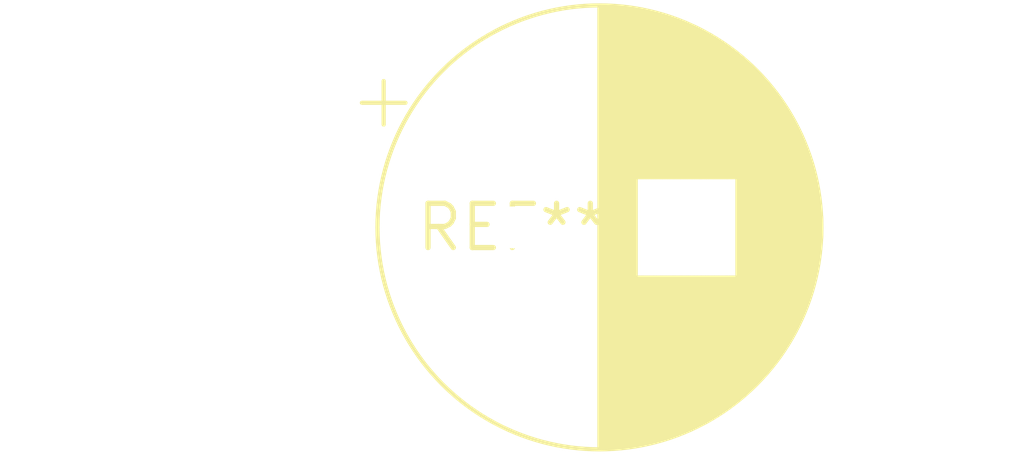
<source format=kicad_pcb>
(kicad_pcb (version 20240108) (generator pcbnew)
  (layers (0 "F.Cu" signal) (31 "B.Cu" signal) (34 "B.Paste" user) (35 "F.Paste" user) (36 "B.SilkS" user "B.Silkscreen") (37 "F.SilkS" user "F.Silkscreen") (38 "B.Mask" user) (39 "F.Mask" user) (44 "Edge.Cuts" user))
  (net 0 "")
  (footprint "CP_Radial_D12.5mm_P5.00mm" (layer "F.Cu") (at 0 0)
    (property "Reference" "REF**")
    (property "Value" "CP_Radial_D12.5mm_P5.00mm")
    (fp_line (start -4.317082 -3.575) (end -3.067082 -3.575) (layer "F.SilkS") (stroke (width 0.12)))
    (fp_line (start -3.692082 -4.2) (end -3.692082 -2.95) (layer "F.SilkS") (stroke (width 0.12)))
    (fp_line (start 2.5 -6.33) (end 2.5 6.33) (layer "F.SilkS") (stroke (width 0.12)))
    (fp_line (start 2.54 -6.33) (end 2.54 6.33) (layer "F.SilkS") (stroke (width 0.12)))
    (fp_line (start 2.58 -6.33) (end 2.58 6.33) (layer "F.SilkS") (stroke (width 0.12)))
    (fp_line (start 2.62 -6.329) (end 2.62 6.329) (layer "F.SilkS") (stroke (width 0.12)))
    (fp_line (start 2.66 -6.328) (end 2.66 6.328) (layer "F.SilkS") (stroke (width 0.12)))
    (fp_line (start 2.7 -6.327) (end 2.7 6.327) (layer "F.SilkS") (stroke (width 0.12)))
    (fp_line (start 2.74 -6.326) (end 2.74 6.326) (layer "F.SilkS") (stroke (width 0.12)))
    (fp_line (start 2.78 -6.324) (end 2.78 6.324) (layer "F.SilkS") (stroke (width 0.12)))
    (fp_line (start 2.82 -6.322) (end 2.82 6.322) (layer "F.SilkS") (stroke (width 0.12)))
    (fp_line (start 2.86 -6.32) (end 2.86 6.32) (layer "F.SilkS") (stroke (width 0.12)))
    (fp_line (start 2.9 -6.318) (end 2.9 6.318) (layer "F.SilkS") (stroke (width 0.12)))
    (fp_line (start 2.94 -6.315) (end 2.94 6.315) (layer "F.SilkS") (stroke (width 0.12)))
    (fp_line (start 2.98 -6.312) (end 2.98 6.312) (layer "F.SilkS") (stroke (width 0.12)))
    (fp_line (start 3.02 -6.309) (end 3.02 6.309) (layer "F.SilkS") (stroke (width 0.12)))
    (fp_line (start 3.06 -6.306) (end 3.06 6.306) (layer "F.SilkS") (stroke (width 0.12)))
    (fp_line (start 3.1 -6.302) (end 3.1 6.302) (layer "F.SilkS") (stroke (width 0.12)))
    (fp_line (start 3.14 -6.298) (end 3.14 6.298) (layer "F.SilkS") (stroke (width 0.12)))
    (fp_line (start 3.18 -6.294) (end 3.18 6.294) (layer "F.SilkS") (stroke (width 0.12)))
    (fp_line (start 3.221 -6.29) (end 3.221 6.29) (layer "F.SilkS") (stroke (width 0.12)))
    (fp_line (start 3.261 -6.285) (end 3.261 6.285) (layer "F.SilkS") (stroke (width 0.12)))
    (fp_line (start 3.301 -6.28) (end 3.301 6.28) (layer "F.SilkS") (stroke (width 0.12)))
    (fp_line (start 3.341 -6.275) (end 3.341 6.275) (layer "F.SilkS") (stroke (width 0.12)))
    (fp_line (start 3.381 -6.269) (end 3.381 6.269) (layer "F.SilkS") (stroke (width 0.12)))
    (fp_line (start 3.421 -6.264) (end 3.421 6.264) (layer "F.SilkS") (stroke (width 0.12)))
    (fp_line (start 3.461 -6.258) (end 3.461 6.258) (layer "F.SilkS") (stroke (width 0.12)))
    (fp_line (start 3.501 -6.252) (end 3.501 6.252) (layer "F.SilkS") (stroke (width 0.12)))
    (fp_line (start 3.541 -6.245) (end 3.541 6.245) (layer "F.SilkS") (stroke (width 0.12)))
    (fp_line (start 3.581 -6.238) (end 3.581 -1.44) (layer "F.SilkS") (stroke (width 0.12)))
    (fp_line (start 3.581 1.44) (end 3.581 6.238) (layer "F.SilkS") (stroke (width 0.12)))
    (fp_line (start 3.621 -6.231) (end 3.621 -1.44) (layer "F.SilkS") (stroke (width 0.12)))
    (fp_line (start 3.621 1.44) (end 3.621 6.231) (layer "F.SilkS") (stroke (width 0.12)))
    (fp_line (start 3.661 -6.224) (end 3.661 -1.44) (layer "F.SilkS") (stroke (width 0.12)))
    (fp_line (start 3.661 1.44) (end 3.661 6.224) (layer "F.SilkS") (stroke (width 0.12)))
    (fp_line (start 3.701 -6.216) (end 3.701 -1.44) (layer "F.SilkS") (stroke (width 0.12)))
    (fp_line (start 3.701 1.44) (end 3.701 6.216) (layer "F.SilkS") (stroke (width 0.12)))
    (fp_line (start 3.741 -6.209) (end 3.741 -1.44) (layer "F.SilkS") (stroke (width 0.12)))
    (fp_line (start 3.741 1.44) (end 3.741 6.209) (layer "F.SilkS") (stroke (width 0.12)))
    (fp_line (start 3.781 -6.201) (end 3.781 -1.44) (layer "F.SilkS") (stroke (width 0.12)))
    (fp_line (start 3.781 1.44) (end 3.781 6.201) (layer "F.SilkS") (stroke (width 0.12)))
    (fp_line (start 3.821 -6.192) (end 3.821 -1.44) (layer "F.SilkS") (stroke (width 0.12)))
    (fp_line (start 3.821 1.44) (end 3.821 6.192) (layer "F.SilkS") (stroke (width 0.12)))
    (fp_line (start 3.861 -6.184) (end 3.861 -1.44) (layer "F.SilkS") (stroke (width 0.12)))
    (fp_line (start 3.861 1.44) (end 3.861 6.184) (layer "F.SilkS") (stroke (width 0.12)))
    (fp_line (start 3.901 -6.175) (end 3.901 -1.44) (layer "F.SilkS") (stroke (width 0.12)))
    (fp_line (start 3.901 1.44) (end 3.901 6.175) (layer "F.SilkS") (stroke (width 0.12)))
    (fp_line (start 3.941 -6.166) (end 3.941 -1.44) (layer "F.SilkS") (stroke (width 0.12)))
    (fp_line (start 3.941 1.44) (end 3.941 6.166) (layer "F.SilkS") (stroke (width 0.12)))
    (fp_line (start 3.981 -6.156) (end 3.981 -1.44) (layer "F.SilkS") (stroke (width 0.12)))
    (fp_line (start 3.981 1.44) (end 3.981 6.156) (layer "F.SilkS") (stroke (width 0.12)))
    (fp_line (start 4.021 -6.146) (end 4.021 -1.44) (layer "F.SilkS") (stroke (width 0.12)))
    (fp_line (start 4.021 1.44) (end 4.021 6.146) (layer "F.SilkS") (stroke (width 0.12)))
    (fp_line (start 4.061 -6.137) (end 4.061 -1.44) (layer "F.SilkS") (stroke (width 0.12)))
    (fp_line (start 4.061 1.44) (end 4.061 6.137) (layer "F.SilkS") (stroke (width 0.12)))
    (fp_line (start 4.101 -6.126) (end 4.101 -1.44) (layer "F.SilkS") (stroke (width 0.12)))
    (fp_line (start 4.101 1.44) (end 4.101 6.126) (layer "F.SilkS") (stroke (width 0.12)))
    (fp_line (start 4.141 -6.116) (end 4.141 -1.44) (layer "F.SilkS") (stroke (width 0.12)))
    (fp_line (start 4.141 1.44) (end 4.141 6.116) (layer "F.SilkS") (stroke (width 0.12)))
    (fp_line (start 4.181 -6.105) (end 4.181 -1.44) (layer "F.SilkS") (stroke (width 0.12)))
    (fp_line (start 4.181 1.44) (end 4.181 6.105) (layer "F.SilkS") (stroke (width 0.12)))
    (fp_line (start 4.221 -6.094) (end 4.221 -1.44) (layer "F.SilkS") (stroke (width 0.12)))
    (fp_line (start 4.221 1.44) (end 4.221 6.094) (layer "F.SilkS") (stroke (width 0.12)))
    (fp_line (start 4.261 -6.083) (end 4.261 -1.44) (layer "F.SilkS") (stroke (width 0.12)))
    (fp_line (start 4.261 1.44) (end 4.261 6.083) (layer "F.SilkS") (stroke (width 0.12)))
    (fp_line (start 4.301 -6.071) (end 4.301 -1.44) (layer "F.SilkS") (stroke (width 0.12)))
    (fp_line (start 4.301 1.44) (end 4.301 6.071) (layer "F.SilkS") (stroke (width 0.12)))
    (fp_line (start 4.341 -6.059) (end 4.341 -1.44) (layer "F.SilkS") (stroke (width 0.12)))
    (fp_line (start 4.341 1.44) (end 4.341 6.059) (layer "F.SilkS") (stroke (width 0.12)))
    (fp_line (start 4.381 -6.047) (end 4.381 -1.44) (layer "F.SilkS") (stroke (width 0.12)))
    (fp_line (start 4.381 1.44) (end 4.381 6.047) (layer "F.SilkS") (stroke (width 0.12)))
    (fp_line (start 4.421 -6.034) (end 4.421 -1.44) (layer "F.SilkS") (stroke (width 0.12)))
    (fp_line (start 4.421 1.44) (end 4.421 6.034) (layer "F.SilkS") (stroke (width 0.12)))
    (fp_line (start 4.461 -6.021) (end 4.461 -1.44) (layer "F.SilkS") (stroke (width 0.12)))
    (fp_line (start 4.461 1.44) (end 4.461 6.021) (layer "F.SilkS") (stroke (width 0.12)))
    (fp_line (start 4.501 -6.008) (end 4.501 -1.44) (layer "F.SilkS") (stroke (width 0.12)))
    (fp_line (start 4.501 1.44) (end 4.501 6.008) (layer "F.SilkS") (stroke (width 0.12)))
    (fp_line (start 4.541 -5.995) (end 4.541 -1.44) (layer "F.SilkS") (stroke (width 0.12)))
    (fp_line (start 4.541 1.44) (end 4.541 5.995) (layer "F.SilkS") (stroke (width 0.12)))
    (fp_line (start 4.581 -5.981) (end 4.581 -1.44) (layer "F.SilkS") (stroke (width 0.12)))
    (fp_line (start 4.581 1.44) (end 4.581 5.981) (layer "F.SilkS") (stroke (width 0.12)))
    (fp_line (start 4.621 -5.967) (end 4.621 -1.44) (layer "F.SilkS") (stroke (width 0.12)))
    (fp_line (start 4.621 1.44) (end 4.621 5.967) (layer "F.SilkS") (stroke (width 0.12)))
    (fp_line (start 4.661 -5.953) (end 4.661 -1.44) (layer "F.SilkS") (stroke (width 0.12)))
    (fp_line (start 4.661 1.44) (end 4.661 5.953) (layer "F.SilkS") (stroke (width 0.12)))
    (fp_line (start 4.701 -5.939) (end 4.701 -1.44) (layer "F.SilkS") (stroke (width 0.12)))
    (fp_line (start 4.701 1.44) (end 4.701 5.939) (layer "F.SilkS") (stroke (width 0.12)))
    (fp_line (start 4.741 -5.924) (end 4.741 -1.44) (layer "F.SilkS") (stroke (width 0.12)))
    (fp_line (start 4.741 1.44) (end 4.741 5.924) (layer "F.SilkS") (stroke (width 0.12)))
    (fp_line (start 4.781 -5.908) (end 4.781 -1.44) (layer "F.SilkS") (stroke (width 0.12)))
    (fp_line (start 4.781 1.44) (end 4.781 5.908) (layer "F.SilkS") (stroke (width 0.12)))
    (fp_line (start 4.821 -5.893) (end 4.821 -1.44) (layer "F.SilkS") (stroke (width 0.12)))
    (fp_line (start 4.821 1.44) (end 4.821 5.893) (layer "F.SilkS") (stroke (width 0.12)))
    (fp_line (start 4.861 -5.877) (end 4.861 -1.44) (layer "F.SilkS") (stroke (width 0.12)))
    (fp_line (start 4.861 1.44) (end 4.861 5.877) (layer "F.SilkS") (stroke (width 0.12)))
    (fp_line (start 4.901 -5.861) (end 4.901 -1.44) (layer "F.SilkS") (stroke (width 0.12)))
    (fp_line (start 4.901 1.44) (end 4.901 5.861) (layer "F.SilkS") (stroke (width 0.12)))
    (fp_line (start 4.941 -5.845) (end 4.941 -1.44) (layer "F.SilkS") (stroke (width 0.12)))
    (fp_line (start 4.941 1.44) (end 4.941 5.845) (layer "F.SilkS") (stroke (width 0.12)))
    (fp_line (start 4.981 -5.828) (end 4.981 -1.44) (layer "F.SilkS") (stroke (width 0.12)))
    (fp_line (start 4.981 1.44) (end 4.981 5.828) (layer "F.SilkS") (stroke (width 0.12)))
    (fp_line (start 5.021 -5.811) (end 5.021 -1.44) (layer "F.SilkS") (stroke (width 0.12)))
    (fp_line (start 5.021 1.44) (end 5.021 5.811) (layer "F.SilkS") (stroke (width 0.12)))
    (fp_line (start 5.061 -5.793) (end 5.061 -1.44) (layer "F.SilkS") (stroke (width 0.12)))
    (fp_line (start 5.061 1.44) (end 5.061 5.793) (layer "F.SilkS") (stroke (width 0.12)))
    (fp_line (start 5.101 -5.776) (end 5.101 -1.44) (layer "F.SilkS") (stroke (width 0.12)))
    (fp_line (start 5.101 1.44) (end 5.101 5.776) (layer "F.SilkS") (stroke (width 0.12)))
    (fp_line (start 5.141 -5.758) (end 5.141 -1.44) (layer "F.SilkS") (stroke (width 0.12)))
    (fp_line (start 5.141 1.44) (end 5.141 5.758) (layer "F.SilkS") (stroke (width 0.12)))
    (fp_line (start 5.181 -5.739) (end 5.181 -1.44) (layer "F.SilkS") (stroke (width 0.12)))
    (fp_line (start 5.181 1.44) (end 5.181 5.739) (layer "F.SilkS") (stroke (width 0.12)))
    (fp_line (start 5.221 -5.721) (end 5.221 -1.44) (layer "F.SilkS") (stroke (width 0.12)))
    (fp_line (start 5.221 1.44) (end 5.221 5.721) (layer "F.SilkS") (stroke (width 0.12)))
    (fp_line (start 5.261 -5.702) (end 5.261 -1.44) (layer "F.SilkS") (stroke (width 0.12)))
    (fp_line (start 5.261 1.44) (end 5.261 5.702) (layer "F.SilkS") (stroke (width 0.12)))
    (fp_line (start 5.301 -5.682) (end 5.301 -1.44) (layer "F.SilkS") (stroke (width 0.12)))
    (fp_line (start 5.301 1.44) (end 5.301 5.682) (layer "F.SilkS") (stroke (width 0.12)))
    (fp_line (start 5.341 -5.662) (end 5.341 -1.44) (layer "F.SilkS") (stroke (width 0.12)))
    (fp_line (start 5.341 1.44) (end 5.341 5.662) (layer "F.SilkS") (stroke (width 0.12)))
    (fp_line (start 5.381 -5.642) (end 5.381 -1.44) (layer "F.SilkS") (stroke (width 0.12)))
    (fp_line (start 5.381 1.44) (end 5.381 5.642) (layer "F.SilkS") (stroke (width 0.12)))
    (fp_line (start 5.421 -5.622) (end 5.421 -1.44) (layer "F.SilkS") (stroke (width 0.12)))
    (fp_line (start 5.421 1.44) (end 5.421 5.622) (layer "F.SilkS") (stroke (width 0.12)))
    (fp_line (start 5.461 -5.601) (end 5.461 -1.44) (layer "F.SilkS") (stroke (width 0.12)))
    (fp_line (start 5.461 1.44) (end 5.461 5.601) (layer "F.SilkS") (stroke (width 0.12)))
    (fp_line (start 5.501 -5.58) (end 5.501 -1.44) (layer "F.SilkS") (stroke (width 0.12)))
    (fp_line (start 5.501 1.44) (end 5.501 5.58) (layer "F.SilkS") (stroke (width 0.12)))
    (fp_line (start 5.541 -5.558) (end 5.541 -1.44) (layer "F.SilkS") (stroke (width 0.12)))
    (fp_line (start 5.541 1.44) (end 5.541 5.558) (layer "F.SilkS") (stroke (width 0.12)))
    (fp_line (start 5.581 -5.536) (end 5.581 -1.44) (layer "F.SilkS") (stroke (width 0.12)))
    (fp_line (start 5.581 1.44) (end 5.581 5.536) (layer "F.SilkS") (stroke (width 0.12)))
    (fp_line (start 5.621 -5.514) (end 5.621 -1.44) (layer "F.SilkS") (stroke (width 0.12)))
    (fp_line (start 5.621 1.44) (end 5.621 5.514) (layer "F.SilkS") (stroke (width 0.12)))
    (fp_line (start 5.661 -5.491) (end 5.661 -1.44) (layer "F.SilkS") (stroke (width 0.12)))
    (fp_line (start 5.661 1.44) (end 5.661 5.491) (layer "F.SilkS") (stroke (width 0.12)))
    (fp_line (start 5.701 -5.468) (end 5.701 -1.44) (layer "F.SilkS") (stroke (width 0.12)))
    (fp_line (start 5.701 1.44) (end 5.701 5.468) (layer "F.SilkS") (stroke (width 0.12)))
    (fp_line (start 5.741 -5.445) (end 5.741 -1.44) (layer "F.SilkS") (stroke (width 0.12)))
    (fp_line (start 5.741 1.44) (end 5.741 5.445) (layer "F.SilkS") (stroke (width 0.12)))
    (fp_line (start 5.781 -5.421) (end 5.781 -1.44) (layer "F.SilkS") (stroke (width 0.12)))
    (fp_line (start 5.781 1.44) (end 5.781 5.421) (layer "F.SilkS") (stroke (width 0.12)))
    (fp_line (start 5.821 -5.397) (end 5.821 -1.44) (layer "F.SilkS") (stroke (width 0.12)))
    (fp_line (start 5.821 1.44) (end 5.821 5.397) (layer "F.SilkS") (stroke (width 0.12)))
    (fp_line (start 5.861 -5.372) (end 5.861 -1.44) (layer "F.SilkS") (stroke (width 0.12)))
    (fp_line (start 5.861 1.44) (end 5.861 5.372) (layer "F.SilkS") (stroke (width 0.12)))
    (fp_line (start 5.901 -5.347) (end 5.901 -1.44) (layer "F.SilkS") (stroke (width 0.12)))
    (fp_line (start 5.901 1.44) (end 5.901 5.347) (layer "F.SilkS") (stroke (width 0.12)))
    (fp_line (start 5.941 -5.322) (end 5.941 -1.44) (layer "F.SilkS") (stroke (width 0.12)))
    (fp_line (start 5.941 1.44) (end 5.941 5.322) (layer "F.SilkS") (stroke (width 0.12)))
    (fp_line (start 5.981 -5.296) (end 5.981 -1.44) (layer "F.SilkS") (stroke (width 0.12)))
    (fp_line (start 5.981 1.44) (end 5.981 5.296) (layer "F.SilkS") (stroke (width 0.12)))
    (fp_line (start 6.021 -5.27) (end 6.021 -1.44) (layer "F.SilkS") (stroke (width 0.12)))
    (fp_line (start 6.021 1.44) (end 6.021 5.27) (layer "F.SilkS") (stroke (width 0.12)))
    (fp_line (start 6.061 -5.243) (end 6.061 -1.44) (layer "F.SilkS") (stroke (width 0.12)))
    (fp_line (start 6.061 1.44) (end 6.061 5.243) (layer "F.SilkS") (stroke (width 0.12)))
    (fp_line (start 6.101 -5.216) (end 6.101 -1.44) (layer "F.SilkS") (stroke (width 0.12)))
    (fp_line (start 6.101 1.44) (end 6.101 5.216) (layer "F.SilkS") (stroke (width 0.12)))
    (fp_line (start 6.141 -5.188) (end 6.141 -1.44) (layer "F.SilkS") (stroke (width 0.12)))
    (fp_line (start 6.141 1.44) (end 6.141 5.188) (layer "F.SilkS") (stroke (width 0.12)))
    (fp_line (start 6.181 -5.16) (end 6.181 -1.44) (layer "F.SilkS") (stroke (width 0.12)))
    (fp_line (start 6.181 1.44) (end 6.181 5.16) (layer "F.SilkS") (stroke (width 0.12)))
    (fp_line (start 6.221 -5.131) (end 6.221 -1.44) (layer "F.SilkS") (stroke (width 0.12)))
    (fp_line (start 6.221 1.44) (end 6.221 5.131) (layer "F.SilkS") (stroke (width 0.12)))
    (fp_line (start 6.261 -5.102) (end 6.261 -1.44) (layer "F.SilkS") (stroke (width 0.12)))
    (fp_line (start 6.261 1.44) (end 6.261 5.102) (layer "F.SilkS") (stroke (width 0.12)))
    (fp_line (start 6.301 -5.073) (end 6.301 -1.44) (layer "F.SilkS") (stroke (width 0.12)))
    (fp_line (start 6.301 1.44) (end 6.301 5.073) (layer "F.SilkS") (stroke (width 0.12)))
    (fp_line (start 6.341 -5.043) (end 6.341 -1.44) (layer "F.SilkS") (stroke (width 0.12)))
    (fp_line (start 6.341 1.44) (end 6.341 5.043) (layer "F.SilkS") (stroke (width 0.12)))
    (fp_line (start 6.381 -5.012) (end 6.381 -1.44) (layer "F.SilkS") (stroke (width 0.12)))
    (fp_line (start 6.381 1.44) (end 6.381 5.012) (layer "F.SilkS") (stroke (width 0.12)))
    (fp_line (start 6.421 -4.982) (end 6.421 -1.44) (layer "F.SilkS") (stroke (width 0.12)))
    (fp_line (start 6.421 1.44) (end 6.421 4.982) (layer "F.SilkS") (stroke (width 0.12)))
    (fp_line (start 6.461 -4.95) (end 6.461 4.95) (layer "F.SilkS") (stroke (width 0.12)))
    (fp_line (start 6.501 -4.918) (end 6.501 4.918) (layer "F.SilkS") (stroke (width 0.12)))
    (fp_line (start 6.541 -4.885) (end 6.541 4.885) (layer "F.SilkS") (stroke (width 0.12)))
    (fp_line (start 6.581 -4.852) (end 6.581 4.852) (layer "F.SilkS") (stroke (width 0.12)))
    (fp_line (start 6.621 -4.819) (end 6.621 4.819) (layer "F.SilkS") (stroke (width 0.12)))
    (fp_line (start 6.661 -4.785) (end 6.661 4.785) (layer "F.SilkS") (stroke (width 0.12)))
    (fp_line (start 6.701 -4.75) (end 6.701 4.75) (layer "F.SilkS") (stroke (width 0.12)))
    (fp_line (start 6.741 -4.714) (end 6.741 4.714) (layer "F.SilkS") (stroke (width 0.12)))
    (fp_line (start 6.781 -4.678) (end 6.781 4.678) (layer "F.SilkS") (stroke (width 0.12)))
    (fp_line (start 6.821 -4.642) (end 6.821 4.642) (layer "F.SilkS") (stroke (width 0.12)))
    (fp_line (start 6.861 -4.605) (end 6.861 4.605) (layer "F.SilkS") (stroke (width 0.12)))
    (fp_line (start 6.901 -4.567) (end 6.901 4.567) (layer "F.SilkS") (stroke (width 0.12)))
    (fp_line (start 6.941 -4.528) (end 6.941 4.528) (layer "F.SilkS") (stroke (width 0.12)))
    (fp_line (start 6.981 -4.489) (end 6.981 4.489) (layer "F.SilkS") (stroke (width 0.12)))
    (fp_line (start 7.021 -4.449) (end 7.021 4.449) (layer "F.SilkS") (stroke (width 0.12)))
    (fp_line (start 7.061 -4.408) (end 7.061 4.408) (layer "F.SilkS") (stroke (width 0.12)))
    (fp_line (start 7.101 -4.367) (end 7.101 4.367) (layer "F.SilkS") (stroke (width 0.12)))
    (fp_line (start 7.141 -4.325) (end 7.141 4.325) (layer "F.SilkS") (stroke (width 0.12)))
    (fp_line (start 7.181 -4.282) (end 7.181 4.282) (layer "F.SilkS") (stroke (width 0.12)))
    (fp_line (start 7.221 -4.238) (end 7.221 4.238) (layer "F.SilkS") (stroke (width 0.12)))
    (fp_line (start 7.261 -4.194) (end 7.261 4.194) (layer "F.SilkS") (stroke (width 0.12)))
    (fp_line (start 7.301 -4.148) (end 7.301 4.148) (layer "F.SilkS") (stroke (width 0.12)))
    (fp_line (start 7.341 -4.102) (end 7.341 4.102) (layer "F.SilkS") (stroke (width 0.12)))
    (fp_line (start 7.381 -4.055) (end 7.381 4.055) (layer "F.SilkS") (stroke (width 0.12)))
    (fp_line (start 7.421 -4.007) (end 7.421 4.007) (layer "F.SilkS") (stroke (width 0.12)))
    (fp_line (start 7.461 -3.957) (end 7.461 3.957) (layer "F.SilkS") (stroke (width 0.12)))
    (fp_line (start 7.501 -3.907) (end 7.501 3.907) (layer "F.SilkS") (stroke (width 0.12)))
    (fp_line (start 7.541 -3.856) (end 7.541 3.856) (layer "F.SilkS") (stroke (width 0.12)))
    (fp_line (start 7.581 -3.804) (end 7.581 3.804) (layer "F.SilkS") (stroke (width 0.12)))
    (fp_line (start 7.621 -3.75) (end 7.621 3.75) (layer "F.SilkS") (stroke (width 0.12)))
    (fp_line (start 7.661 -3.696) (end 7.661 3.696) (layer "F.SilkS") (stroke (width 0.12)))
    (fp_line (start 7.701 -3.64) (end 7.701 3.64) (layer "F.SilkS") (stroke (width 0.12)))
    (fp_line (start 7.741 -3.583) (end 7.741 3.583) (layer "F.SilkS") (stroke (width 0.12)))
    (fp_line (start 7.781 -3.524) (end 7.781 3.524) (layer "F.SilkS") (stroke (width 0.12)))
    (fp_line (start 7.821 -3.464) (end 7.821 3.464) (layer "F.SilkS") (stroke (width 0.12)))
    (fp_line (start 7.861 -3.402) (end 7.861 3.402) (layer "F.SilkS") (stroke (width 0.12)))
    (fp_line (start 7.901 -3.339) (end 7.901 3.339) (layer "F.SilkS") (stroke (width 0.12)))
    (fp_line (start 7.941 -3.275) (end 7.941 3.275) (layer "F.SilkS") (stroke (width 0.12)))
    (fp_line (start 7.981 -3.208) (end 7.981 3.208) (layer "F.SilkS") (stroke (width 0.12)))
    (fp_line (start 8.021 -3.14) (end 8.021 3.14) (layer "F.SilkS") (stroke (width 0.12)))
    (fp_line (start 8.061 -3.069) (end 8.061 3.069) (layer "F.SilkS") (stroke (width 0.12)))
    (fp_line (start 8.101 -2.996) (end 8.101 2.996) (layer "F.SilkS") (stroke (width 0.12)))
    (fp_line (start 8.141 -2.921) (end 8.141 2.921) (layer "F.SilkS") (stroke (width 0.12)))
    (fp_line (start 8.181 -2.844) (end 8.181 2.844) (layer "F.SilkS") (stroke (width 0.12)))
    (fp_line (start 8.221 -2.764) (end 8.221 2.764) (layer "F.SilkS") (stroke (width 0.12)))
    (fp_line (start 8.261 -2.681) (end 8.261 2.681) (layer "F.SilkS") (stroke (width 0.12)))
    (fp_line (start 8.301 -2.594) (end 8.301 2.594) (layer "F.SilkS") (stroke (width 0.12)))
    (fp_line (start 8.341 -2.504) (end 8.341 2.504) (layer "F.SilkS") (stroke (width 0.12)))
    (fp_line (start 8.381 -2.41) (end 8.381 2.41) (layer "F.SilkS") (stroke (width 0.12)))
    (fp_line (start 8.421 -2.312) (end 8.421 2.312) (layer "F.SilkS") (stroke (width 0.12)))
    (fp_line (start 8.461 -2.209) (end 8.461 2.209) (layer "F.SilkS") (stroke (width 0.12)))
    (fp_line (start 8.501 -2.1) (end 8.501 2.1) (layer "F.SilkS") (stroke (width 0.12)))
    (fp_line (start 8.541 -1.984) (end 8.541 1.984) (layer "F.SilkS") (stroke (width 0.12)))
    (fp_line (start 8.581 -1.861) (end 8.581 1.861) (layer "F.SilkS") (stroke (width 0.12)))
    (fp_line (start 8.621 -1.728) (end 8.621 1.728) (layer "F.SilkS") (stroke (width 0.12)))
    (fp_line (start 8.661 -1.583) (end 8.661 1.583) (layer "F.SilkS") (stroke (width 0.12)))
    (fp_line (start 8.701 -1.422) (end 8.701 1.422) (layer "F.SilkS") (stroke (width 0.12)))
    (fp_line (start 8.741 -1.241) (end 8.741 1.241) (layer "F.SilkS") (stroke (width 0.12)))
    (fp_line (start 8.781 -1.028) (end 8.781 1.028) (layer "F.SilkS") (stroke (width 0.12)))
    (fp_line (start 8.821 -0.757) (end 8.821 0.757) (layer "F.SilkS") (stroke (width 0.12)))
    (fp_line (start 8.861 -0.317) (end 8.861 0.317) (layer "F.SilkS") (stroke (width 0.12)))
    (fp_circle (center 2.5 0) (end 8.87 0) (layer "F.SilkS") (stroke (width 0.12)) (fill none))
    (pad "1" thru_hole rect (at 0 0) (size 2.4 2.4) (drill 1.2) (layers *.Cu *.Mask) (remove_unused_layers))
    (pad "2" thru_hole circle (at 5 0) (size 2.4 2.4) (drill 1.2) (layers *.Cu *.Mask) (remove_unused_layers))
  )
)
</source>
